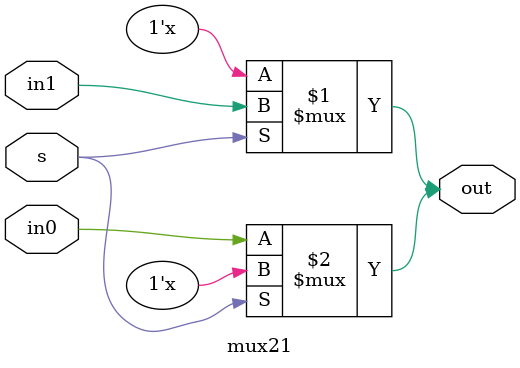
<source format=v>
module mux21(in0, in1, s, out);
input in0, in1, s;
output out;


	bufif1(out, in1, s);
	bufif0(out, in0, s);

endmodule
</source>
